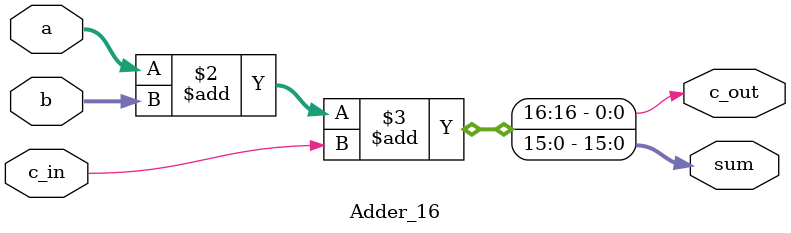
<source format=v>
module Adder_16 (  input [15:0] a,
                  input [15:0] b,
                  input c_in,
                  output reg c_out,
                  output reg [15:0] sum);

	always @ (a or b or c_in) begin
  	{c_out, sum} = a + b + c_in; 		
  end
endmodule
</source>
